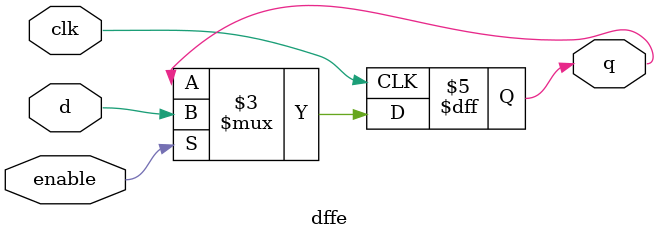
<source format=v>
module dffe(q, d, clk, enable);
   output q;
   reg    q;
   input  d;
   input  clk, enable;

//   always@(reset)
//     if (reset == 1'b1)
//       q <= 0;

   always@(posedge clk) begin
     if (enable == 1'b1) begin
       q <= d;
       end
       end
endmodule // dffe


</source>
